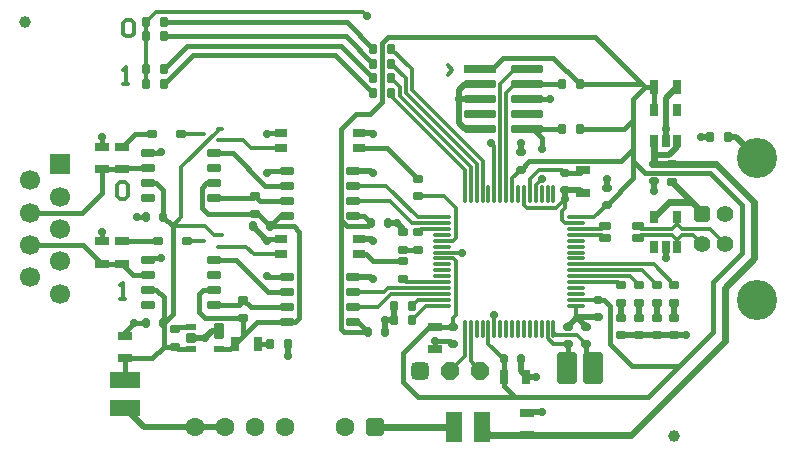
<source format=gtl>
G04*
G04 #@! TF.GenerationSoftware,Altium Limited,Altium Designer,22.6.1 (34)*
G04*
G04 Layer_Physical_Order=1*
G04 Layer_Color=255*
%FSLAX25Y25*%
%MOIN*%
G70*
G04*
G04 #@! TF.SameCoordinates,92C09A27-C496-4622-AF52-00FCEC43516E*
G04*
G04*
G04 #@! TF.FilePolarity,Positive*
G04*
G01*
G75*
G04:AMPARAMS|DCode=10|XSize=33.47mil|YSize=23.62mil|CornerRadius=2.36mil|HoleSize=0mil|Usage=FLASHONLY|Rotation=180.000|XOffset=0mil|YOffset=0mil|HoleType=Round|Shape=RoundedRectangle|*
%AMROUNDEDRECTD10*
21,1,0.03347,0.01890,0,0,180.0*
21,1,0.02874,0.02362,0,0,180.0*
1,1,0.00472,-0.01437,0.00945*
1,1,0.00472,0.01437,0.00945*
1,1,0.00472,0.01437,-0.00945*
1,1,0.00472,-0.01437,-0.00945*
%
%ADD10ROUNDEDRECTD10*%
G04:AMPARAMS|DCode=11|XSize=43.31mil|YSize=23.62mil|CornerRadius=3.54mil|HoleSize=0mil|Usage=FLASHONLY|Rotation=180.000|XOffset=0mil|YOffset=0mil|HoleType=Round|Shape=RoundedRectangle|*
%AMROUNDEDRECTD11*
21,1,0.04331,0.01654,0,0,180.0*
21,1,0.03622,0.02362,0,0,180.0*
1,1,0.00709,-0.01811,0.00827*
1,1,0.00709,0.01811,0.00827*
1,1,0.00709,0.01811,-0.00827*
1,1,0.00709,-0.01811,-0.00827*
%
%ADD11ROUNDEDRECTD11*%
G04:AMPARAMS|DCode=12|XSize=31.5mil|YSize=25.59mil|CornerRadius=6.4mil|HoleSize=0mil|Usage=FLASHONLY|Rotation=90.000|XOffset=0mil|YOffset=0mil|HoleType=Round|Shape=RoundedRectangle|*
%AMROUNDEDRECTD12*
21,1,0.03150,0.01280,0,0,90.0*
21,1,0.01870,0.02559,0,0,90.0*
1,1,0.01280,0.00640,0.00935*
1,1,0.01280,0.00640,-0.00935*
1,1,0.01280,-0.00640,-0.00935*
1,1,0.01280,-0.00640,0.00935*
%
%ADD12ROUNDEDRECTD12*%
G04:AMPARAMS|DCode=13|XSize=106.3mil|YSize=66.93mil|CornerRadius=6.69mil|HoleSize=0mil|Usage=FLASHONLY|Rotation=270.000|XOffset=0mil|YOffset=0mil|HoleType=Round|Shape=RoundedRectangle|*
%AMROUNDEDRECTD13*
21,1,0.10630,0.05354,0,0,270.0*
21,1,0.09291,0.06693,0,0,270.0*
1,1,0.01339,-0.02677,-0.04646*
1,1,0.01339,-0.02677,0.04646*
1,1,0.01339,0.02677,0.04646*
1,1,0.01339,0.02677,-0.04646*
%
%ADD13ROUNDEDRECTD13*%
G04:AMPARAMS|DCode=14|XSize=31.5mil|YSize=25.59mil|CornerRadius=6.4mil|HoleSize=0mil|Usage=FLASHONLY|Rotation=180.000|XOffset=0mil|YOffset=0mil|HoleType=Round|Shape=RoundedRectangle|*
%AMROUNDEDRECTD14*
21,1,0.03150,0.01280,0,0,180.0*
21,1,0.01870,0.02559,0,0,180.0*
1,1,0.01280,-0.00935,0.00640*
1,1,0.01280,0.00935,0.00640*
1,1,0.01280,0.00935,-0.00640*
1,1,0.01280,-0.00935,-0.00640*
%
%ADD14ROUNDEDRECTD14*%
G04:AMPARAMS|DCode=15|XSize=23.62mil|YSize=47.24mil|CornerRadius=3.54mil|HoleSize=0mil|Usage=FLASHONLY|Rotation=270.000|XOffset=0mil|YOffset=0mil|HoleType=Round|Shape=RoundedRectangle|*
%AMROUNDEDRECTD15*
21,1,0.02362,0.04016,0,0,270.0*
21,1,0.01654,0.04724,0,0,270.0*
1,1,0.00709,-0.02008,-0.00827*
1,1,0.00709,-0.02008,0.00827*
1,1,0.00709,0.02008,0.00827*
1,1,0.00709,0.02008,-0.00827*
%
%ADD15ROUNDEDRECTD15*%
G04:AMPARAMS|DCode=16|XSize=11.81mil|YSize=59.06mil|CornerRadius=2.95mil|HoleSize=0mil|Usage=FLASHONLY|Rotation=90.000|XOffset=0mil|YOffset=0mil|HoleType=Round|Shape=RoundedRectangle|*
%AMROUNDEDRECTD16*
21,1,0.01181,0.05315,0,0,90.0*
21,1,0.00591,0.05906,0,0,90.0*
1,1,0.00591,0.02657,0.00295*
1,1,0.00591,0.02657,-0.00295*
1,1,0.00591,-0.02657,-0.00295*
1,1,0.00591,-0.02657,0.00295*
%
%ADD16ROUNDEDRECTD16*%
G04:AMPARAMS|DCode=17|XSize=49.21mil|YSize=27.56mil|CornerRadius=2.76mil|HoleSize=0mil|Usage=FLASHONLY|Rotation=180.000|XOffset=0mil|YOffset=0mil|HoleType=Round|Shape=RoundedRectangle|*
%AMROUNDEDRECTD17*
21,1,0.04921,0.02205,0,0,180.0*
21,1,0.04370,0.02756,0,0,180.0*
1,1,0.00551,-0.02185,0.01102*
1,1,0.00551,0.02185,0.01102*
1,1,0.00551,0.02185,-0.01102*
1,1,0.00551,-0.02185,-0.01102*
%
%ADD17ROUNDEDRECTD17*%
G04:AMPARAMS|DCode=18|XSize=11.81mil|YSize=59.06mil|CornerRadius=2.95mil|HoleSize=0mil|Usage=FLASHONLY|Rotation=0.000|XOffset=0mil|YOffset=0mil|HoleType=Round|Shape=RoundedRectangle|*
%AMROUNDEDRECTD18*
21,1,0.01181,0.05315,0,0,0.0*
21,1,0.00591,0.05906,0,0,0.0*
1,1,0.00591,0.00295,-0.02657*
1,1,0.00591,-0.00295,-0.02657*
1,1,0.00591,-0.00295,0.02657*
1,1,0.00591,0.00295,0.02657*
%
%ADD18ROUNDEDRECTD18*%
G04:AMPARAMS|DCode=19|XSize=27.56mil|YSize=106.3mil|CornerRadius=4.13mil|HoleSize=0mil|Usage=FLASHONLY|Rotation=270.000|XOffset=0mil|YOffset=0mil|HoleType=Round|Shape=RoundedRectangle|*
%AMROUNDEDRECTD19*
21,1,0.02756,0.09803,0,0,270.0*
21,1,0.01929,0.10630,0,0,270.0*
1,1,0.00827,-0.04902,-0.00965*
1,1,0.00827,-0.04902,0.00965*
1,1,0.00827,0.04902,0.00965*
1,1,0.00827,0.04902,-0.00965*
%
%ADD19ROUNDEDRECTD19*%
G04:AMPARAMS|DCode=20|XSize=23.62mil|YSize=31.5mil|CornerRadius=3.54mil|HoleSize=0mil|Usage=FLASHONLY|Rotation=90.000|XOffset=0mil|YOffset=0mil|HoleType=Round|Shape=RoundedRectangle|*
%AMROUNDEDRECTD20*
21,1,0.02362,0.02441,0,0,90.0*
21,1,0.01654,0.03150,0,0,90.0*
1,1,0.00709,0.01221,0.00827*
1,1,0.00709,0.01221,-0.00827*
1,1,0.00709,-0.01221,-0.00827*
1,1,0.00709,-0.01221,0.00827*
%
%ADD20ROUNDEDRECTD20*%
G04:AMPARAMS|DCode=21|XSize=33.47mil|YSize=23.62mil|CornerRadius=2.36mil|HoleSize=0mil|Usage=FLASHONLY|Rotation=90.000|XOffset=0mil|YOffset=0mil|HoleType=Round|Shape=RoundedRectangle|*
%AMROUNDEDRECTD21*
21,1,0.03347,0.01890,0,0,90.0*
21,1,0.02874,0.02362,0,0,90.0*
1,1,0.00472,0.00945,0.01437*
1,1,0.00472,0.00945,-0.01437*
1,1,0.00472,-0.00945,-0.01437*
1,1,0.00472,-0.00945,0.01437*
%
%ADD21ROUNDEDRECTD21*%
G04:AMPARAMS|DCode=22|XSize=27.56mil|YSize=43.31mil|CornerRadius=4.13mil|HoleSize=0mil|Usage=FLASHONLY|Rotation=270.000|XOffset=0mil|YOffset=0mil|HoleType=Round|Shape=RoundedRectangle|*
%AMROUNDEDRECTD22*
21,1,0.02756,0.03504,0,0,270.0*
21,1,0.01929,0.04331,0,0,270.0*
1,1,0.00827,-0.01752,-0.00965*
1,1,0.00827,-0.01752,0.00965*
1,1,0.00827,0.01752,0.00965*
1,1,0.00827,0.01752,-0.00965*
%
%ADD22ROUNDEDRECTD22*%
G04:AMPARAMS|DCode=23|XSize=55.12mil|YSize=35.43mil|CornerRadius=5.32mil|HoleSize=0mil|Usage=FLASHONLY|Rotation=90.000|XOffset=0mil|YOffset=0mil|HoleType=Round|Shape=RoundedRectangle|*
%AMROUNDEDRECTD23*
21,1,0.05512,0.02480,0,0,90.0*
21,1,0.04449,0.03543,0,0,90.0*
1,1,0.01063,0.01240,0.02224*
1,1,0.01063,0.01240,-0.02224*
1,1,0.01063,-0.01240,-0.02224*
1,1,0.01063,-0.01240,0.02224*
%
%ADD23ROUNDEDRECTD23*%
G04:AMPARAMS|DCode=24|XSize=19.68mil|YSize=35.43mil|CornerRadius=2.95mil|HoleSize=0mil|Usage=FLASHONLY|Rotation=90.000|XOffset=0mil|YOffset=0mil|HoleType=Round|Shape=RoundedRectangle|*
%AMROUNDEDRECTD24*
21,1,0.01968,0.02953,0,0,90.0*
21,1,0.01378,0.03543,0,0,90.0*
1,1,0.00591,0.01476,0.00689*
1,1,0.00591,0.01476,-0.00689*
1,1,0.00591,-0.01476,-0.00689*
1,1,0.00591,-0.01476,0.00689*
%
%ADD24ROUNDEDRECTD24*%
G04:AMPARAMS|DCode=25|XSize=31.5mil|YSize=35.43mil|CornerRadius=4.72mil|HoleSize=0mil|Usage=FLASHONLY|Rotation=90.000|XOffset=0mil|YOffset=0mil|HoleType=Round|Shape=RoundedRectangle|*
%AMROUNDEDRECTD25*
21,1,0.03150,0.02598,0,0,90.0*
21,1,0.02205,0.03543,0,0,90.0*
1,1,0.00945,0.01299,0.01102*
1,1,0.00945,0.01299,-0.01102*
1,1,0.00945,-0.01299,-0.01102*
1,1,0.00945,-0.01299,0.01102*
%
%ADD25ROUNDEDRECTD25*%
G04:AMPARAMS|DCode=26|XSize=49.21mil|YSize=27.56mil|CornerRadius=2.76mil|HoleSize=0mil|Usage=FLASHONLY|Rotation=270.000|XOffset=0mil|YOffset=0mil|HoleType=Round|Shape=RoundedRectangle|*
%AMROUNDEDRECTD26*
21,1,0.04921,0.02205,0,0,270.0*
21,1,0.04370,0.02756,0,0,270.0*
1,1,0.00551,-0.01102,-0.02185*
1,1,0.00551,-0.01102,0.02185*
1,1,0.00551,0.01102,0.02185*
1,1,0.00551,0.01102,-0.02185*
%
%ADD26ROUNDEDRECTD26*%
G04:AMPARAMS|DCode=27|XSize=13.78mil|YSize=23.62mil|CornerRadius=2.07mil|HoleSize=0mil|Usage=FLASHONLY|Rotation=270.000|XOffset=0mil|YOffset=0mil|HoleType=Round|Shape=RoundedRectangle|*
%AMROUNDEDRECTD27*
21,1,0.01378,0.01949,0,0,270.0*
21,1,0.00965,0.02362,0,0,270.0*
1,1,0.00413,-0.00974,-0.00482*
1,1,0.00413,-0.00974,0.00482*
1,1,0.00413,0.00974,0.00482*
1,1,0.00413,0.00974,-0.00482*
%
%ADD27ROUNDEDRECTD27*%
%ADD28R,0.00787X0.00787*%
%ADD29C,0.03937*%
G04:AMPARAMS|DCode=30|XSize=23.62mil|YSize=43.31mil|CornerRadius=2.36mil|HoleSize=0mil|Usage=FLASHONLY|Rotation=180.000|XOffset=0mil|YOffset=0mil|HoleType=Round|Shape=RoundedRectangle|*
%AMROUNDEDRECTD30*
21,1,0.02362,0.03858,0,0,180.0*
21,1,0.01890,0.04331,0,0,180.0*
1,1,0.00472,-0.00945,0.01929*
1,1,0.00472,0.00945,0.01929*
1,1,0.00472,0.00945,-0.01929*
1,1,0.00472,-0.00945,-0.01929*
%
%ADD30ROUNDEDRECTD30*%
G04:AMPARAMS|DCode=31|XSize=55.12mil|YSize=102.36mil|CornerRadius=8.27mil|HoleSize=0mil|Usage=FLASHONLY|Rotation=180.000|XOffset=0mil|YOffset=0mil|HoleType=Round|Shape=RoundedRectangle|*
%AMROUNDEDRECTD31*
21,1,0.05512,0.08583,0,0,180.0*
21,1,0.03858,0.10236,0,0,180.0*
1,1,0.01654,-0.01929,0.04291*
1,1,0.01654,0.01929,0.04291*
1,1,0.01654,0.01929,-0.04291*
1,1,0.01654,-0.01929,-0.04291*
%
%ADD31ROUNDEDRECTD31*%
G04:AMPARAMS|DCode=32|XSize=55.12mil|YSize=102.36mil|CornerRadius=8.27mil|HoleSize=0mil|Usage=FLASHONLY|Rotation=90.000|XOffset=0mil|YOffset=0mil|HoleType=Round|Shape=RoundedRectangle|*
%AMROUNDEDRECTD32*
21,1,0.05512,0.08583,0,0,90.0*
21,1,0.03858,0.10236,0,0,90.0*
1,1,0.01654,0.04291,0.01929*
1,1,0.01654,0.04291,-0.01929*
1,1,0.01654,-0.04291,-0.01929*
1,1,0.01654,-0.04291,0.01929*
%
%ADD32ROUNDEDRECTD32*%
%ADD33R,0.10630X0.02756*%
%ADD34C,0.01181*%
%ADD72C,0.01575*%
%ADD73C,0.02362*%
%ADD74C,0.01968*%
%ADD75R,0.06693X0.06693*%
%ADD76C,0.06693*%
%ADD77C,0.06299*%
G04:AMPARAMS|DCode=78|XSize=62.99mil|YSize=62.99mil|CornerRadius=15.75mil|HoleSize=0mil|Usage=FLASHONLY|Rotation=0.000|XOffset=0mil|YOffset=0mil|HoleType=Round|Shape=RoundedRectangle|*
%AMROUNDEDRECTD78*
21,1,0.06299,0.03150,0,0,0.0*
21,1,0.03150,0.06299,0,0,0.0*
1,1,0.03150,0.01575,-0.01575*
1,1,0.03150,-0.01575,-0.01575*
1,1,0.03150,-0.01575,0.01575*
1,1,0.03150,0.01575,0.01575*
%
%ADD78ROUNDEDRECTD78*%
G04:AMPARAMS|DCode=79|XSize=59.06mil|YSize=59.06mil|CornerRadius=14.76mil|HoleSize=0mil|Usage=FLASHONLY|Rotation=0.000|XOffset=0mil|YOffset=0mil|HoleType=Round|Shape=RoundedRectangle|*
%AMROUNDEDRECTD79*
21,1,0.05906,0.02953,0,0,0.0*
21,1,0.02953,0.05906,0,0,0.0*
1,1,0.02953,0.01476,-0.01476*
1,1,0.02953,-0.01476,-0.01476*
1,1,0.02953,-0.01476,0.01476*
1,1,0.02953,0.01476,0.01476*
%
%ADD79ROUNDEDRECTD79*%
%ADD80P,0.06392X8X22.5*%
%ADD81C,0.13386*%
%ADD82C,0.05512*%
G04:AMPARAMS|DCode=83|XSize=55.12mil|YSize=55.12mil|CornerRadius=13.78mil|HoleSize=0mil|Usage=FLASHONLY|Rotation=90.000|XOffset=0mil|YOffset=0mil|HoleType=Round|Shape=RoundedRectangle|*
%AMROUNDEDRECTD83*
21,1,0.05512,0.02756,0,0,90.0*
21,1,0.02756,0.05512,0,0,90.0*
1,1,0.02756,0.01378,0.01378*
1,1,0.02756,0.01378,-0.01378*
1,1,0.02756,-0.01378,-0.01378*
1,1,0.02756,-0.01378,0.01378*
%
%ADD83ROUNDEDRECTD83*%
%ADD84C,0.02756*%
D10*
X146653Y69882D02*
D03*
Y75787D02*
D03*
Y87598D02*
D03*
X141732Y60039D02*
D03*
X65945Y43307D02*
D03*
Y37402D02*
D03*
X88583Y47244D02*
D03*
Y53150D02*
D03*
X92520Y81693D02*
D03*
Y87598D02*
D03*
X141732Y65945D02*
D03*
X146653Y93504D02*
D03*
X141732Y75787D02*
D03*
Y69882D02*
D03*
X214567Y47244D02*
D03*
Y41339D02*
D03*
X220472D02*
D03*
Y47244D02*
D03*
X226378D02*
D03*
Y41339D02*
D03*
X232283D02*
D03*
Y47244D02*
D03*
Y58071D02*
D03*
Y52165D02*
D03*
X226378Y58071D02*
D03*
Y52165D02*
D03*
X220472Y58071D02*
D03*
Y52165D02*
D03*
X214567Y58071D02*
D03*
Y52165D02*
D03*
X231299Y98425D02*
D03*
Y92520D02*
D03*
D11*
X209055Y73819D02*
D03*
X220079D02*
D03*
Y77756D02*
D03*
X209055D02*
D03*
D12*
X91634Y77756D02*
D03*
X97342D02*
D03*
X181004Y33465D02*
D03*
X175295D02*
D03*
X131004Y78740D02*
D03*
X136713D02*
D03*
X56201Y80709D02*
D03*
X61910D02*
D03*
X130020Y42323D02*
D03*
X135728D02*
D03*
X56201Y45276D02*
D03*
X61910D02*
D03*
D13*
X196457Y30512D02*
D03*
X205118D02*
D03*
D14*
X196850Y44193D02*
D03*
X202756Y38484D02*
D03*
X196850D02*
D03*
X181102Y96555D02*
D03*
Y102264D02*
D03*
X158465Y38484D02*
D03*
Y44193D02*
D03*
X195866Y95374D02*
D03*
Y89665D02*
D03*
X206693Y47343D02*
D03*
Y53051D02*
D03*
X209646Y84744D02*
D03*
Y90453D02*
D03*
X225394Y92618D02*
D03*
Y98327D02*
D03*
X202756Y44193D02*
D03*
D15*
X125197Y86083D02*
D03*
Y91083D02*
D03*
Y81083D02*
D03*
Y96083D02*
D03*
X103150D02*
D03*
Y81083D02*
D03*
X125197Y50650D02*
D03*
Y55650D02*
D03*
X56890Y96988D02*
D03*
Y61555D02*
D03*
X103150Y86083D02*
D03*
Y91083D02*
D03*
X78937Y86988D02*
D03*
Y91988D02*
D03*
Y96988D02*
D03*
Y101988D02*
D03*
X56890Y86988D02*
D03*
Y91988D02*
D03*
Y101988D02*
D03*
Y66555D02*
D03*
Y56555D02*
D03*
Y51555D02*
D03*
X78937Y66555D02*
D03*
Y61555D02*
D03*
Y56555D02*
D03*
Y51555D02*
D03*
X125197Y45650D02*
D03*
Y60650D02*
D03*
X103150Y45650D02*
D03*
Y50650D02*
D03*
Y55650D02*
D03*
Y60650D02*
D03*
D16*
X154724Y78740D02*
D03*
Y80709D02*
D03*
Y72835D02*
D03*
Y59055D02*
D03*
Y55118D02*
D03*
Y57087D02*
D03*
X199606Y70866D02*
D03*
Y72835D02*
D03*
Y74803D02*
D03*
Y76772D02*
D03*
X154724D02*
D03*
Y74803D02*
D03*
Y70866D02*
D03*
Y68898D02*
D03*
Y66929D02*
D03*
Y64961D02*
D03*
Y62992D02*
D03*
Y61024D02*
D03*
Y53150D02*
D03*
Y51181D02*
D03*
X199606D02*
D03*
Y53150D02*
D03*
Y55118D02*
D03*
Y57087D02*
D03*
Y59055D02*
D03*
Y61024D02*
D03*
Y62992D02*
D03*
Y64961D02*
D03*
Y66929D02*
D03*
Y68898D02*
D03*
Y78740D02*
D03*
Y80709D02*
D03*
D17*
X48228Y96653D02*
D03*
X41339D02*
D03*
X48228Y65158D02*
D03*
X41339D02*
D03*
X152559Y44094D02*
D03*
Y36614D02*
D03*
X201772Y88779D02*
D03*
Y96260D02*
D03*
X41339Y104134D02*
D03*
X49213Y33661D02*
D03*
Y41142D02*
D03*
X183071Y15551D02*
D03*
Y8071D02*
D03*
X41339Y72638D02*
D03*
X48228Y104134D02*
D03*
Y72638D02*
D03*
D18*
X191929Y43504D02*
D03*
X172244Y88386D02*
D03*
X189961Y43504D02*
D03*
X168307D02*
D03*
X162401D02*
D03*
X164370D02*
D03*
X166339D02*
D03*
X174213D02*
D03*
X170275D02*
D03*
X172244D02*
D03*
X176181D02*
D03*
X178149D02*
D03*
X180118D02*
D03*
X182087D02*
D03*
X184055D02*
D03*
X186024D02*
D03*
X187992D02*
D03*
X191929Y88386D02*
D03*
X189961D02*
D03*
X187992D02*
D03*
X186024D02*
D03*
X184055D02*
D03*
X182087D02*
D03*
X180118D02*
D03*
X178149D02*
D03*
X176181D02*
D03*
X174213D02*
D03*
X170275D02*
D03*
X168307D02*
D03*
X166339D02*
D03*
X164370D02*
D03*
X162401D02*
D03*
D19*
X183071Y120039D02*
D03*
Y130039D02*
D03*
X167323Y125039D02*
D03*
X183071D02*
D03*
X167323Y120039D02*
D03*
Y115039D02*
D03*
Y110039D02*
D03*
X183071Y115039D02*
D03*
Y110039D02*
D03*
D20*
X69685Y72835D02*
D03*
X60236D02*
D03*
X67716Y108268D02*
D03*
X58268D02*
D03*
D21*
X244094Y107283D02*
D03*
X250000D02*
D03*
X200787Y110236D02*
D03*
X194882D02*
D03*
X200787Y125000D02*
D03*
X194882D02*
D03*
X97441Y38386D02*
D03*
X103347D02*
D03*
X137795Y136811D02*
D03*
X131890D02*
D03*
Y131890D02*
D03*
X137795D02*
D03*
Y126969D02*
D03*
X131890D02*
D03*
Y122047D02*
D03*
X137795D02*
D03*
X138779Y46260D02*
D03*
X144685D02*
D03*
Y51181D02*
D03*
X138779D02*
D03*
X62008Y125197D02*
D03*
X56102D02*
D03*
X62008Y129921D02*
D03*
X56102D02*
D03*
X62008Y140945D02*
D03*
X56102D02*
D03*
X62008Y145669D02*
D03*
X56102D02*
D03*
D22*
X101181Y108799D02*
D03*
Y103799D02*
D03*
X127165Y108799D02*
D03*
Y103799D02*
D03*
Y68366D02*
D03*
Y73366D02*
D03*
X101181Y68366D02*
D03*
Y73366D02*
D03*
D23*
X80512Y42717D02*
D03*
D24*
Y36614D02*
D03*
X71063D02*
D03*
Y44094D02*
D03*
D25*
Y40354D02*
D03*
D26*
X85827Y38386D02*
D03*
X93307D02*
D03*
X175394Y27559D02*
D03*
X182874D02*
D03*
X233071Y124016D02*
D03*
X225590D02*
D03*
D27*
X74803Y108268D02*
D03*
X80709Y110236D02*
D03*
Y106299D02*
D03*
X74803Y72835D02*
D03*
X80709Y74803D02*
D03*
Y70866D02*
D03*
D28*
X15748Y145669D02*
D03*
X232283Y7874D02*
D03*
D29*
X15748Y145669D02*
D03*
X232283Y7874D02*
D03*
D30*
X225590Y80905D02*
D03*
X233071D02*
D03*
Y70669D02*
D03*
X229331D02*
D03*
X225590D02*
D03*
X225590Y106102D02*
D03*
X229331D02*
D03*
X233071D02*
D03*
Y116339D02*
D03*
X225590D02*
D03*
D31*
X168110Y10827D02*
D03*
X158661D02*
D03*
D32*
X49213Y16929D02*
D03*
Y26378D02*
D03*
D33*
X167323Y130039D02*
D03*
D34*
X146653Y87598D02*
X155512D01*
X159449Y73819D02*
Y83661D01*
X155512Y87598D02*
X159449Y83661D01*
X158465Y72835D02*
X159449Y73819D01*
X154724Y72835D02*
X158465D01*
X158465Y66929D02*
X159449Y65945D01*
Y48228D02*
Y65945D01*
X158465Y47244D02*
X159449Y48228D01*
X154724Y66929D02*
X158465D01*
X158465Y44193D02*
Y47244D01*
X67913Y80610D02*
Y97441D01*
X65059Y77756D02*
X67913Y80610D01*
Y97441D02*
X80709Y110236D01*
X69685Y72835D02*
X74803D01*
X89567Y70866D02*
X92067Y68366D01*
X101181D01*
X80709Y70866D02*
X89567D01*
X80709Y106299D02*
X88583D01*
X91083Y103799D01*
X101181D01*
X64961Y77658D02*
X65059Y77756D01*
X75787D01*
X78740Y74803D01*
X80709D01*
X67716Y108268D02*
X74803D01*
X56102Y125197D02*
Y129921D01*
Y140945D01*
Y145669D01*
X59449Y149016D01*
X128543D01*
X129921Y147638D01*
X141732Y60039D02*
X142717Y59055D01*
X154724D01*
X157480Y29528D02*
X162401Y34449D01*
Y43504D01*
X164370Y32638D02*
X167480Y29528D01*
X164370Y32638D02*
Y43504D01*
X137795Y136811D02*
X144685Y129921D01*
Y123031D02*
X168307Y99409D01*
X144685Y123031D02*
Y129921D01*
X137795Y126969D02*
X140748Y124016D01*
Y121063D02*
Y124016D01*
X142717Y122047D02*
X166339Y98425D01*
X137795Y131890D02*
X142717Y126969D01*
Y122047D02*
Y126969D01*
X140748Y121063D02*
X164370Y97441D01*
X137795Y121063D02*
Y122047D01*
Y121063D02*
X162401Y96457D01*
Y88386D02*
Y96457D01*
X166339Y88386D02*
Y98425D01*
X168307Y88386D02*
Y99409D01*
X164370Y88386D02*
Y97441D01*
X161417Y68898D02*
X161417Y68898D01*
X154724Y68898D02*
X161417D01*
X172244Y43504D02*
Y48228D01*
Y43504D02*
X172244Y43504D01*
X170275Y38484D02*
X175295Y33465D01*
X170275Y38484D02*
Y43504D01*
X146653Y75787D02*
X147638Y76772D01*
X154724D01*
X125197Y86083D02*
X137343D01*
X125197Y91083D02*
X136279D01*
X146653Y80709D01*
X154724D01*
X137343Y86083D02*
X144685Y78740D01*
X154724D01*
X144685Y46260D02*
X149606Y51181D01*
X154724D01*
X144685Y51181D02*
X146654Y53150D01*
X154724D01*
X137795Y55118D02*
X137795Y55118D01*
X154724D01*
X133327Y50650D02*
X137795Y55118D01*
X125197Y50650D02*
X133327D01*
X125197Y55650D02*
X135374D01*
X136811Y57087D02*
X154724D01*
X135374Y55650D02*
X136811Y57087D01*
X199606Y47441D02*
X199803Y47244D01*
X199606Y47441D02*
Y51181D01*
X199902Y41339D02*
X202756Y38484D01*
X192913Y41339D02*
X199902D01*
X191929Y42323D02*
X192913Y41339D01*
X191929Y42323D02*
Y43504D01*
X196752Y38386D02*
X196850Y38484D01*
X191929Y38386D02*
X196752D01*
X189961Y40354D02*
X191929Y38386D01*
X189961Y40354D02*
Y43504D01*
X179173Y125039D02*
X183071D01*
X176181Y122047D02*
X179173Y125039D01*
X176181Y120079D02*
Y122047D01*
X174213Y125000D02*
X179251Y130039D01*
X174213Y123031D02*
Y125000D01*
X179251Y130039D02*
X183071D01*
X176181Y120079D02*
X176181Y120079D01*
X174213Y123031D02*
X174213Y123031D01*
X171260Y105315D02*
X172244Y104331D01*
X174213Y88386D02*
Y123031D01*
X172244Y88386D02*
Y104331D01*
X184055Y93504D02*
X187008Y96457D01*
X194783D01*
X195866Y95374D01*
Y83661D02*
Y86614D01*
X194882Y82677D02*
X195866Y83661D01*
X194882Y79724D02*
Y82677D01*
Y79724D02*
X195866Y78740D01*
X199606D01*
X192913Y83661D02*
X195866Y86614D01*
X183071Y83661D02*
X192913D01*
X182087Y84646D02*
X183071Y83661D01*
X182087Y84646D02*
Y88386D01*
X176181D02*
Y120079D01*
X178149Y88386D02*
Y93602D01*
X181102Y96555D01*
X186024Y91536D02*
X187992Y93504D01*
X186024Y88386D02*
Y91536D01*
X184055Y88386D02*
Y93504D01*
X225394Y64961D02*
X232283Y58071D01*
X199606Y64961D02*
X225394D01*
X221457Y62992D02*
X226378Y58071D01*
X199606Y62992D02*
X221457D01*
X217520Y61024D02*
X220472Y58071D01*
X199606Y61024D02*
X217520D01*
X213583Y59055D02*
X214567Y58071D01*
X199606Y59055D02*
X213583D01*
X205610Y80709D02*
X209646Y84744D01*
X199606Y80709D02*
X205610D01*
X206594Y53150D02*
X206693Y53051D01*
X199606Y53150D02*
X206594D01*
X233071Y78543D02*
X234842Y76772D01*
X244291D01*
X231299D02*
X233071Y78543D01*
X208071Y74803D02*
X209055Y73819D01*
X199606Y74803D02*
X208071D01*
X208071Y76772D02*
X209055Y77756D01*
X199606Y76772D02*
X208071D01*
X233071Y73032D02*
X234842Y74803D01*
X238386D01*
X241339Y71850D01*
X244291Y76772D02*
X249213Y71850D01*
X231299Y74803D02*
X233071Y73032D01*
X221063Y76772D02*
X231299D01*
X220079Y77756D02*
X221063Y76772D01*
Y74803D02*
X231299D01*
X220079Y73819D02*
X221063Y74803D01*
X47441Y53347D02*
X49278D01*
X48359D01*
Y58856D01*
X47441Y57938D01*
X46457Y91403D02*
X47375Y92321D01*
X49212D01*
X50130Y91403D01*
Y87729D01*
X49212Y86811D01*
X47375D01*
X46457Y87729D01*
Y91403D01*
X156693Y128150D02*
X158267Y129724D01*
X156693Y131298D01*
X48425Y145537D02*
X49343Y146455D01*
X51180D01*
X52099Y145537D01*
Y141863D01*
X51180Y140945D01*
X49343D01*
X48425Y141863D01*
Y145537D01*
Y125197D02*
X50262D01*
X49343D01*
Y130707D01*
X48425Y129788D01*
D72*
X157579Y39370D02*
X158465Y38484D01*
X152559Y39370D02*
X157579D01*
X152559Y36614D02*
Y39370D01*
X158366Y44094D02*
X158465Y44193D01*
X152559Y44094D02*
X158366D01*
X150394D02*
X152559D01*
X233760Y31004D02*
X245079Y42323D01*
Y59055D01*
X223425Y20669D02*
X233760Y31004D01*
X179134Y20669D02*
X223425D01*
X218012Y31004D02*
X233760D01*
X49213Y41142D02*
Y42323D01*
X52165Y45276D01*
X49213Y26378D02*
Y33661D01*
X58268D01*
X91909Y86988D02*
X92520Y87598D01*
X78937Y86988D02*
X91909D01*
X92520Y87598D02*
X94035Y86083D01*
X103150D01*
X74803Y83661D02*
Y90551D01*
X76240Y91988D01*
X78937D01*
X74803Y83661D02*
X76772Y81693D01*
X92520D01*
X93405D02*
X97342Y77756D01*
X92520Y81693D02*
X93405D01*
X97342Y77756D02*
X100669Y81083D01*
X103150D01*
X97342Y77756D02*
X105315D01*
X107283Y75787D01*
Y47244D02*
Y75787D01*
X105689Y45650D02*
X107283Y47244D01*
X103150Y45650D02*
X105689D01*
X88583Y41142D02*
X93090Y45650D01*
X103150D01*
X73819Y49213D02*
Y55118D01*
X75256Y56555D01*
X78937D01*
X73819Y49213D02*
X75787Y47244D01*
X88583D01*
X85827Y38386D02*
X88583Y41142D01*
Y47244D01*
X84055Y36614D02*
X85827Y38386D01*
X80512Y36614D02*
X84055D01*
X93307Y38386D02*
X97441D01*
X65945Y43307D02*
X66732Y44094D01*
X71063D01*
X65945Y37402D02*
X66732Y36614D01*
X71063D01*
X62008Y37402D02*
X65945D01*
X88583Y53150D02*
X91083Y50650D01*
X103150D01*
X86988Y51555D02*
X88583Y53150D01*
X78937Y51555D02*
X86988D01*
X78937Y66555D02*
X86004D01*
X96909Y55650D01*
X103150D01*
X96457Y61024D02*
X96831Y60650D01*
X103150D01*
X96457Y72835D02*
X96988Y73366D01*
X101181D01*
X78937Y101988D02*
X85020D01*
X95925Y91083D01*
X103150D01*
X96457Y95472D02*
X97067Y96083D01*
X103150D01*
X96457Y108268D02*
X96988Y108799D01*
X101181D01*
X56890Y91988D02*
X59587D01*
X61910Y89665D01*
Y80709D02*
Y89665D01*
X56890Y66555D02*
X57264Y66929D01*
X61024D01*
X52165Y45276D02*
X56201D01*
X62008Y45374D02*
X64961Y48327D01*
X61910Y45276D02*
X62008Y45374D01*
Y54134D01*
X59587Y56555D02*
X62008Y54134D01*
X56890Y56555D02*
X59587D01*
X61910Y80709D02*
X64961Y77658D01*
Y48327D02*
Y77658D01*
X61910Y45276D02*
X62008Y45177D01*
Y37402D02*
Y45177D01*
X58268Y33661D02*
X62008Y37402D01*
X53150Y80709D02*
X56201D01*
X60650Y101988D02*
X61024Y102362D01*
X56890Y101988D02*
X60650D01*
X48228Y104134D02*
X52362Y108268D01*
X58268D01*
X41339Y104134D02*
Y107283D01*
Y72638D02*
Y75787D01*
X48228Y72638D02*
X48425Y72835D01*
X60236D01*
X48228Y65158D02*
X51831Y61555D01*
X56890D01*
X41339Y65158D02*
X48228D01*
X35118Y71378D02*
X41339Y65158D01*
X17500Y71378D02*
X35118D01*
X41339Y88583D02*
Y96653D01*
X34921Y82165D02*
X41339Y88583D01*
X17500Y82165D02*
X34921D01*
X41339Y96653D02*
X48228D01*
X48563Y96988D01*
X56890D01*
X119095Y134843D02*
X131890Y122047D01*
X71653Y134843D02*
X119095D01*
X62008Y125197D02*
X71653Y134843D01*
X121063Y137795D02*
X131890Y126969D01*
X69882Y137795D02*
X121063D01*
X62008Y129921D02*
X69882Y137795D01*
X122835Y140945D02*
X131890Y131890D01*
X62008Y140945D02*
X122835D01*
X123031Y145669D02*
X131890Y136811D01*
X62008Y145669D02*
X123031D01*
X141732Y65945D02*
X141732Y65945D01*
X131890Y65945D02*
X141732D01*
X129469Y68366D02*
X131890Y65945D01*
X127165Y68366D02*
X129469D01*
X175295Y33465D02*
X175394Y33366D01*
Y27559D02*
Y33366D01*
X146653Y20669D02*
X179134D01*
X175394Y24409D02*
X179134Y20669D01*
X175394Y24409D02*
Y27559D01*
X134843Y138779D02*
X136811Y140748D01*
X134843Y119095D02*
Y138779D01*
X130905Y115157D02*
X134843Y119095D01*
X141732Y35433D02*
X150394Y44094D01*
X141732Y25591D02*
Y35433D01*
Y25591D02*
X146653Y20669D01*
X136358Y103799D02*
X146653Y93504D01*
X127165Y103799D02*
X136358D01*
X141732Y69882D02*
X146653D01*
X126693Y45650D02*
X130020Y42323D01*
X125197Y45650D02*
X126693D01*
X128661Y81083D02*
X131004Y78740D01*
X125197Y81083D02*
X128661D01*
X121063Y79724D02*
Y110236D01*
Y43307D02*
Y79724D01*
X121063D01*
X123031Y77756D01*
X130020D01*
X131004Y78740D01*
X205709Y140748D02*
X221457Y125000D01*
X136811Y140748D02*
X205709D01*
X125984Y115157D02*
X130905D01*
X121063Y110236D02*
X125984Y115157D01*
X121063Y43307D02*
X122047Y42323D01*
X130020D01*
X202756Y32874D02*
X205118Y30512D01*
X202756Y32874D02*
Y38484D01*
X196457Y30512D02*
X196850Y30906D01*
Y38484D01*
X183071Y125039D02*
X183110Y125000D01*
X194882D01*
X190905Y120039D02*
X190945Y120079D01*
X183071Y120039D02*
X190905D01*
X171377Y130039D02*
X175197Y133858D01*
X169291Y130039D02*
X171377D01*
X175197Y133858D02*
X191929D01*
X200787Y125000D01*
X218504Y120079D02*
X222441Y124016D01*
X185039Y110039D02*
X187992Y107086D01*
Y103347D02*
Y107086D01*
X194684Y110039D02*
X194882Y110236D01*
X185039Y110039D02*
X194684D01*
X194843Y125039D02*
X194882Y125000D01*
X221457D02*
X222441Y124016D01*
X200787Y125000D02*
X221457D01*
X218504Y113189D02*
Y120079D01*
Y103347D02*
Y113189D01*
X215551Y110236D02*
X218504Y113189D01*
X200787Y110236D02*
X215551D01*
X218504Y99409D02*
Y103347D01*
X214567Y99410D02*
X218504Y103347D01*
X183957Y99410D02*
X214567D01*
X181102Y96555D02*
X183957Y99410D01*
X200886Y95374D02*
X201772Y96260D01*
X195866Y95374D02*
X200886D01*
X245079Y59055D02*
X254921Y68898D01*
X208760Y53051D02*
X210630Y51181D01*
Y38386D02*
X218012Y31004D01*
X210630Y38386D02*
Y51181D01*
X218504Y93602D02*
Y99409D01*
X209646Y84744D02*
X218504Y93602D01*
Y99409D02*
X222441Y95472D01*
X206693Y53051D02*
X208760D01*
X254921Y68898D02*
Y84646D01*
X244094Y95472D02*
X254921Y84646D01*
X222441Y95472D02*
X244094D01*
X222441Y124016D02*
X225590D01*
Y116339D02*
Y124016D01*
D73*
X183071Y8071D02*
X217717D01*
X225394Y15748D01*
X249016Y39370D02*
Y57087D01*
X225394Y15748D02*
X249016Y39370D01*
X168110Y10827D02*
X170866Y8071D01*
X183071D01*
X132362Y10827D02*
X132362Y10827D01*
X158661D01*
X249016Y57087D02*
X258858Y66929D01*
Y85630D01*
X225590Y101378D02*
Y106102D01*
Y98524D02*
Y101378D01*
X225492Y98425D02*
X225590Y98524D01*
X225394Y98327D02*
X225492Y98425D01*
X238189Y85630D02*
X241339Y82480D01*
X231299Y92520D02*
X238189Y85630D01*
X230315D02*
X238189D01*
X225590Y80905D02*
X230315Y85630D01*
X241339Y81693D02*
Y82480D01*
X231299Y98425D02*
X246063D01*
X225492D02*
X231299D01*
X246063D02*
X258858Y85630D01*
D74*
X49213Y16929D02*
X55315Y10827D01*
X103347Y34449D02*
Y38386D01*
X55315Y10827D02*
X72362D01*
X82362D01*
X91634Y77658D02*
X96457Y72835D01*
X91634Y77658D02*
Y77756D01*
X71063Y40354D02*
X75787D01*
X78150Y42717D01*
X80512D01*
X183071Y15551D02*
X183268Y15748D01*
X187992D01*
X181004Y29429D02*
X182874Y27559D01*
X181004Y29429D02*
Y33465D01*
X182874Y27559D02*
X186024D01*
X160433Y120079D02*
Y123031D01*
X162440Y125039D01*
X167323D01*
X160433Y120079D02*
X160473Y120039D01*
X167323D01*
X160433Y116840D02*
Y120079D01*
X160424Y113247D02*
X160433Y113237D01*
X160424Y116831D02*
X160433Y116840D01*
Y112205D02*
Y113237D01*
X160424Y113247D02*
Y116831D01*
X160433Y112205D02*
X162599Y110039D01*
X167323D01*
X131280Y60650D02*
X131890Y60039D01*
X125197Y60650D02*
X131280D01*
X139764Y78740D02*
X141732Y76772D01*
Y75787D02*
Y76772D01*
X136713Y78740D02*
X139764D01*
X131358Y73366D02*
X131890Y72835D01*
X127165Y73366D02*
X131358D01*
X131280Y96083D02*
X131890Y95472D01*
X125197Y96083D02*
X131280D01*
X131358Y108799D02*
X131890Y108268D01*
X127165Y108799D02*
X131358D01*
X135728Y42323D02*
X135827Y42421D01*
Y46260D01*
X138779D01*
Y51181D01*
X199803Y47244D02*
X199902Y47343D01*
X206693D01*
X199803Y47244D02*
X202756Y44291D01*
Y44193D02*
Y44291D01*
X196850D02*
X199803Y47244D01*
X196850Y44193D02*
Y44291D01*
X209646Y90453D02*
Y93504D01*
X195866Y86614D02*
Y89665D01*
X200886D02*
X201772Y88779D01*
X195866Y89665D02*
X200886D01*
X181102Y102264D02*
Y105315D01*
X229331Y66929D02*
Y70669D01*
X232283Y41339D02*
X236221D01*
X226378D02*
X232283D01*
X220472D02*
X226378D01*
X214567D02*
X220472D01*
X232283Y47244D02*
Y52165D01*
X226378Y47244D02*
Y52165D01*
X220472Y47244D02*
Y52165D01*
X214567Y47244D02*
Y52165D01*
X241142Y107283D02*
X244094D01*
X252953D02*
X259842Y100394D01*
X250000Y107283D02*
X252953D01*
X225590Y101378D02*
X230315D01*
X233071Y104134D01*
Y106102D01*
X225394Y89567D02*
Y92618D01*
X229331Y110236D02*
Y120276D01*
X233071Y124016D01*
X229331Y106102D02*
Y110236D01*
D75*
X27500Y98347D02*
D03*
D76*
Y87559D02*
D03*
Y76772D02*
D03*
Y65984D02*
D03*
Y55197D02*
D03*
X17500Y92953D02*
D03*
Y82165D02*
D03*
Y71378D02*
D03*
Y60590D02*
D03*
D77*
X122362Y10827D02*
D03*
X82362D02*
D03*
X102362D02*
D03*
X92362D02*
D03*
X72362D02*
D03*
D78*
X132362Y10827D02*
D03*
D79*
X147480Y29528D02*
D03*
D80*
X157480D02*
D03*
X167480D02*
D03*
D81*
X259842Y53150D02*
D03*
Y100394D02*
D03*
D82*
X249213Y71850D02*
D03*
Y81693D02*
D03*
X241339Y71850D02*
D03*
D83*
Y81693D02*
D03*
D84*
X152559Y39370D02*
D03*
X103347Y34449D02*
D03*
X53150Y80709D02*
D03*
X61024Y102362D02*
D03*
X75787Y40354D02*
D03*
X131890Y108268D02*
D03*
X139764Y78740D02*
D03*
X172244Y48228D02*
D03*
X171260Y105315D02*
D03*
X190945Y120079D02*
D03*
X236221Y41339D02*
D03*
X209646Y93504D02*
D03*
X199803Y47244D02*
D03*
X187992Y93504D02*
D03*
Y103347D02*
D03*
X131890Y95472D02*
D03*
X96457D02*
D03*
X187992Y15748D02*
D03*
X161417Y68898D02*
D03*
X131890Y72835D02*
D03*
Y60039D02*
D03*
X96457Y61024D02*
D03*
Y72835D02*
D03*
X41339Y75787D02*
D03*
X61024Y66929D02*
D03*
X41339Y107283D02*
D03*
X96457Y108268D02*
D03*
X135827Y46260D02*
D03*
X52165Y45276D02*
D03*
X129921Y147638D02*
D03*
X181102Y105315D02*
D03*
X160433Y120079D02*
D03*
X225394Y89567D02*
D03*
X195866Y86614D02*
D03*
X229331Y110236D02*
D03*
X241142Y107283D02*
D03*
X229331Y66929D02*
D03*
X186024Y27559D02*
D03*
M02*

</source>
